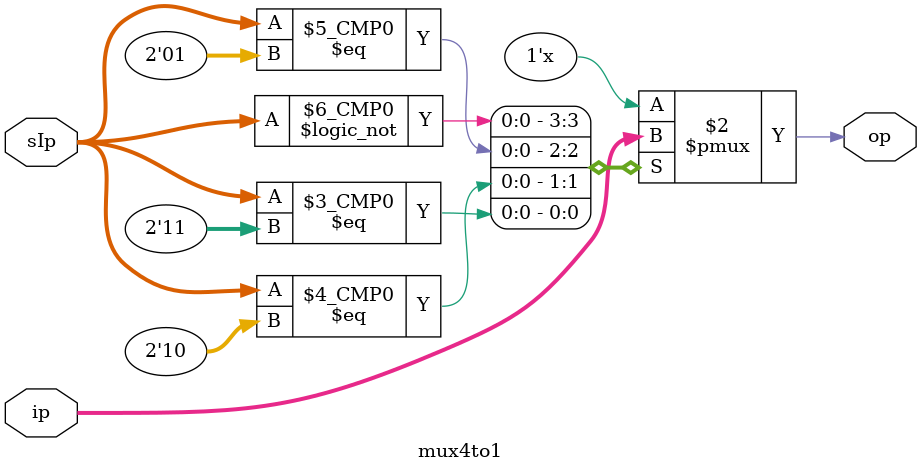
<source format=sv>
module mux4to1 (op, ip, sIp);

  output op;
  input[3:0] ip;
  input[1:0] sIp;

  always @* begin
    case (sIp)
      2'b00: op = ip[3];
      2'b01: op = ip[2];
      2'b10: op = ip[1];
      2'b11: op = ip[0];
      default: op = xx;

    endcase

  end

endmodule

// no testbech because this code is to program an fpga
// refer to the Pin Planner Diagram readme file

</source>
